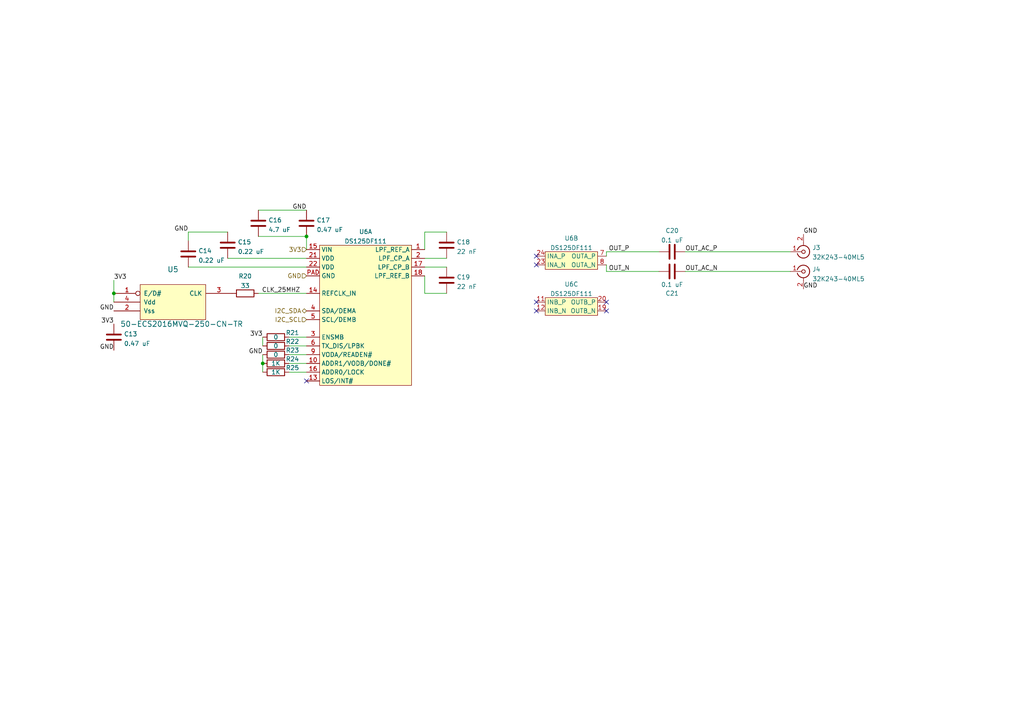
<source format=kicad_sch>
(kicad_sch (version 20211123) (generator eeschema)
  (paper "A4")
  (title_block (title "PRBS Generator") (date "2022-03-19") (rev "0.1") (company "Antikernel Labs") (comment 1 "Andrew D. Zonenberg"))
  (lib_symbols
    (symbol "conn:CONN_COAXIAL" (pin_names (offset 1.016) hide)
      (property "Reference" "J" (at 0.254 3.048 0))
      (property "Value" "CONN_COAXIAL" (at 2.921 0 90))
      (symbol "CONN_COAXIAL_0_1"
        (arc (start -1.778 -0.508) (mid 0.222 -1.808) (end 1.778 0) (stroke (width 0.254)))
        (polyline (pts (xy -1.27 0) (xy -0.508 0)))
        (polyline (pts (xy 0 -2.54) (xy 0 -1.778)))
        (circle (center 0 0) (radius 0.508) (stroke (width 0.2032)))
        (arc (start 1.778 0) (mid 0.2221 1.8083) (end -1.778 0.508) (stroke (width 0.254)))
      )
      (symbol "CONN_COAXIAL_1_1"
        (pin passive line (at -3.81 0 0) (length 2.54) (name "In") (number "1"))
        (pin passive line (at 0 -5.08 90) (length 2.54) (name "Ext") (number "2"))
      )
    )
    (symbol "device:C" (pin_numbers hide) (pin_names (offset 0.254))
      (property "Reference" "C" (at 0.635 2.54 0))
      (property "Value" "C" (at 0.635 -2.54 0))
      (symbol "C_0_1"
        (polyline (pts (xy -2.032 -0.762) (xy 2.032 -0.762)) (stroke (width 0.508)))
        (polyline (pts (xy -2.032 0.762) (xy 2.032 0.762)) (stroke (width 0.508)))
      )
      (symbol "C_1_1"
        (pin passive line (at 0 3.81 270) (length 2.794) (name "~") (number "1"))
        (pin passive line (at 0 -3.81 90) (length 2.794) (name "~") (number "2"))
      )
    )
    (symbol "device:R" (pin_numbers hide) (pin_names (offset 0))
      (property "Reference" "R" (at 2.032 0 90))
      (property "Value" "R" (at 0 0 90))
      (symbol "R_0_1"
        (rectangle (start -1.016 -2.54) (end 1.016 2.54) (stroke (width 0.254)))
      )
      (symbol "R_1_1"
        (pin passive line (at 0 3.81 270) (length 1.27) (name "~") (number "1"))
        (pin passive line (at 0 -3.81 90) (length 1.27) (name "~") (number "2"))
      )
    )
    (symbol "osc-azonenberg:OSC" (pin_names (offset 1.016))
      (property "Reference" "U" (at 0 0 0))
      (property "Value" "OSC" (at 0 -2.54 0))
      (symbol "OSC_0_1"
        (rectangle (start -10.16 2.54) (end 8.89 -7.62) (fill (type background)))
      )
      (symbol "OSC_1_1"
        (pin input inverted (at -17.78 0 0) (length 7.62) (name "E/D#") (number "1"))
        (pin input line (at -17.78 -5.08 0) (length 7.62) (name "Vss") (number "2"))
        (pin output line (at 16.51 0 180) (length 7.62) (name "CLK") (number "3"))
        (pin power_in line (at -17.78 -2.54 0) (length 7.62) (name "Vdd") (number "4"))
      )
    )
    (symbol "special-azonenberg:DS125DF111"
      (property "Reference" "U" (at 0 -2.54 0))
      (property "Value" "DS125DF111" (at 0 -5.08 0))
      (symbol "DS125DF111_1_1"
        (rectangle (start 0 40.64) (end 26.67 0) (stroke (width 0.1524)) (fill (type background)))
        (pin bidirectional line (at 30.48 39.37 180) (length 3.81) (name "LPF_REF_A") (number "1"))
        (pin bidirectional line (at -3.81 6.35 0) (length 3.81) (name "ADDR1/VODB/DONE#") (number "10"))
        (pin output line (at -3.81 1.27 0) (length 3.81) (name "LOS/INT#") (number "13"))
        (pin input line (at -3.81 26.67 0) (length 3.81) (name "REFCLK_IN") (number "14"))
        (pin power_in line (at -3.81 39.37 0) (length 3.81) (name "VIN") (number "15"))
        (pin bidirectional line (at -3.81 3.81 0) (length 3.81) (name "ADDR0/LOCK") (number "16"))
        (pin bidirectional line (at 30.48 34.29 180) (length 3.81) (name "LPF_CP_B") (number "17"))
        (pin bidirectional line (at 30.48 31.75 180) (length 3.81) (name "LPF_REF_B") (number "18"))
        (pin bidirectional line (at 30.48 36.83 180) (length 3.81) (name "LPF_CP_A") (number "2"))
        (pin power_out line (at -3.81 36.83 0) (length 3.81) (name "VDD") (number "21"))
        (pin power_out line (at -3.81 34.29 0) (length 3.81) (name "VDD") (number "22"))
        (pin input line (at -3.81 13.97 0) (length 3.81) (name "ENSMB") (number "3"))
        (pin bidirectional line (at -3.81 21.59 0) (length 3.81) (name "SDA/DEMA") (number "4"))
        (pin input line (at -3.81 19.05 0) (length 3.81) (name "SCL/DEMB") (number "5"))
        (pin input line (at -3.81 11.43 0) (length 3.81) (name "TX_DIS/LPBK") (number "6"))
        (pin input line (at -3.81 8.89 0) (length 3.81) (name "VODA/READEN#") (number "9"))
        (pin power_in line (at -3.81 31.75 0) (length 3.81) (name "GND") (number "PAD"))
      )
      (symbol "DS125DF111_2_1"
        (rectangle (start 0 5.08) (end 15.24 0) (stroke (width 0.1524)) (fill (type background)))
        (pin input line (at -2.54 1.27 0) (length 2.54) (name "INA_N") (number "23"))
        (pin input line (at -2.54 3.81 0) (length 2.54) (name "INA_P") (number "24"))
        (pin output line (at 17.78 3.81 180) (length 2.54) (name "OUTA_P") (number "7"))
        (pin output line (at 17.78 1.27 180) (length 2.54) (name "OUTA_N") (number "8"))
      )
      (symbol "DS125DF111_3_1"
        (rectangle (start 0 5.08) (end 15.24 0) (stroke (width 0.1524)) (fill (type background)))
        (pin input line (at -2.54 3.81 0) (length 2.54) (name "INB_P") (number "11"))
        (pin input line (at -2.54 1.27 0) (length 2.54) (name "INB_N") (number "12"))
        (pin output line (at 17.78 1.27 180) (length 2.54) (name "OUTB_N") (number "19"))
        (pin output line (at 17.78 3.81 180) (length 2.54) (name "OUTB_P") (number "20"))
      )
    )
  )
  (junction (at 76.2 105.41))
  (junction (at 33.02 85.09))
  (junction (at 88.9 68.58))
  (no_connect (at 175.895 90.17))
  (no_connect (at 88.9 110.49))
  (no_connect (at 175.895 87.63))
  (no_connect (at 155.575 90.17))
  (no_connect (at 155.575 87.63))
  (no_connect (at 155.575 74.295))
  (no_connect (at 155.575 76.835))
  (wire (pts (xy 66.04 74.93) (xy 88.9 74.93)))
  (wire (pts (xy 175.895 73.025) (xy 191.135 73.025)))
  (wire (pts (xy 76.2 97.79) (xy 76.2 100.33)))
  (wire (pts (xy 123.19 74.93) (xy 129.54 74.93)))
  (wire (pts (xy 54.61 67.31) (xy 66.04 67.31)))
  (wire (pts (xy 74.93 68.58) (xy 88.9 68.58)))
  (wire (pts (xy 198.755 73.025) (xy 229.235 73.025)))
  (wire (pts (xy 123.19 67.31) (xy 129.54 67.31)))
  (wire (pts (xy 76.2 102.87) (xy 76.2 105.41)))
  (wire (pts (xy 74.93 85.09) (xy 88.9 85.09)))
  (wire (pts (xy 123.19 85.09) (xy 129.54 85.09)))
  (wire (pts (xy 76.2 105.41) (xy 76.2 107.95)))
  (wire (pts (xy 123.19 77.47) (xy 129.54 77.47)))
  (wire (pts (xy 175.895 74.295) (xy 175.895 73.025)))
  (wire (pts (xy 123.19 80.01) (xy 123.19 85.09)))
  (wire (pts (xy 83.82 97.79) (xy 88.9 97.79)))
  (wire (pts (xy 83.82 107.95) (xy 88.9 107.95)))
  (wire (pts (xy 88.9 68.58) (xy 88.9 72.39)))
  (wire (pts (xy 175.895 78.74) (xy 191.135 78.74)))
  (wire (pts (xy 83.82 100.33) (xy 88.9 100.33)))
  (wire (pts (xy 33.02 85.09) (xy 33.02 87.63)))
  (wire (pts (xy 74.93 60.96) (xy 88.9 60.96)))
  (wire (pts (xy 33.02 81.28) (xy 33.02 85.09)))
  (wire (pts (xy 83.82 105.41) (xy 88.9 105.41)))
  (wire (pts (xy 54.61 77.47) (xy 88.9 77.47)))
  (wire (pts (xy 83.82 102.87) (xy 88.9 102.87)))
  (wire (pts (xy 54.61 69.85) (xy 54.61 67.31)))
  (wire (pts (xy 175.895 76.835) (xy 175.895 78.74)))
  (wire (pts (xy 198.755 78.74) (xy 229.235 78.74)))
  (wire (pts (xy 123.19 72.39) (xy 123.19 67.31)))
  (label "GND" (at 33.02 90.17 180))
  (label "OUT_P" (at 176.53 73.025 0))
  (label "GND" (at 233.045 67.945 0))
  (label "OUT_AC_P" (at 198.755 73.025 0))
  (label "GND" (at 33.02 101.6 180))
  (label "GND" (at 54.61 67.31 180))
  (label "GND" (at 233.045 83.82 0))
  (label "3V3" (at 76.2 97.79 180))
  (label "CLK_25MHZ" (at 75.946 85.09 0))
  (label "GND" (at 76.2 102.87 180))
  (label "GND" (at 88.9 60.96 180))
  (label "3V3" (at 33.02 81.28 0))
  (label "OUT_AC_N" (at 198.755 78.74 0))
  (label "OUT_N" (at 176.53 78.74 0))
  (label "3V3" (at 33.02 93.98 180))
  (hierarchical_label "I2C_SDA" (shape bidirectional) (at 88.9 90.17 180))
  (hierarchical_label "I2C_SCL" (shape input) (at 88.9 92.71 180))
  (hierarchical_label "GND" (shape input) (at 88.9 80.01 180))
  (hierarchical_label "3V3" (shape input) (at 88.9 72.39 180))
  (symbol (lib_id "device:R") (at 80.01 100.33 90) (unit 1)
    (property "Reference" "R22" (at 84.836 99.06 90))
    (property "Value" "0" (at 80.01 100.33 90))
    (property "Footprint" "azonenberg_pcb:EIA_0402_RES_NOSILK" (effects hide))
  )
  (symbol (lib_id "device:C") (at 88.9 64.77 0) (unit 1)
    (property "Reference" "C17" (at 91.821 63.8615 0) (effects (justify left)))
    (property "Value" "0.47 uF" (at 91.821 66.6366 0) (effects (justify left)))
    (property "Footprint" "azonenberg_pcb:EIA_0402_CAP_NOSILK" (effects hide))
  )
  (symbol (lib_id "device:C") (at 194.945 73.025 270) (unit 1)
    (property "Reference" "C20" (at 194.945 66.8995 90))
    (property "Value" "0.1 uF" (at 194.945 69.6746 90))
    (property "Footprint" "azonenberg_pcb:EIA_0402_CAP_NOSILK" (effects hide))
  )
  (symbol (lib_id "osc-azonenberg:OSC") (at 50.8 85.09 0) (unit 1)
    (property "Reference" "U5" (at 50.165 78.1461 0) (effects (font (size 1.524 1.524))))
    (property "Value" "50-ECS2016MVQ-250-CN-TR" (at 52.705 93.98 0) (effects (font (size 1.524 1.524))))
    (property "Footprint" "azonenberg_pcb:OSCILLATOR_1.6x1.2" (effects hide))
  )
  (symbol (lib_id "special-azonenberg:DS125DF111") (at 158.115 78.105 0) (unit 2)
    (property "Reference" "U6" (at 165.735 69.1093 0))
    (property "Value" "DS125DF111" (at 165.735 71.8844 0))
    (property "Footprint" "azonenberg_pcb:QFN_24_0.5MM_4x4MM" (effects hide))
  )
  (symbol (lib_id "device:R") (at 80.01 97.79 90) (unit 1)
    (property "Reference" "R21" (at 84.836 96.52 90))
    (property "Value" "0" (at 80.01 97.79 90))
    (property "Footprint" "azonenberg_pcb:EIA_0402_RES_NOSILK" (effects hide))
  )
  (symbol (lib_id "device:R") (at 80.01 105.41 90) (unit 1)
    (property "Reference" "R24" (at 84.836 104.14 90))
    (property "Value" "1K" (at 80.01 105.41 90))
    (property "Footprint" "azonenberg_pcb:EIA_0402_RES_NOSILK" (effects hide))
  )
  (symbol (lib_id "device:C") (at 33.02 97.79 0) (unit 1)
    (property "Reference" "C13" (at 35.941 96.8815 0) (effects (justify left)))
    (property "Value" "0.47 uF" (at 35.941 99.6566 0) (effects (justify left)))
    (property "Footprint" "azonenberg_pcb:EIA_0402_CAP_NOSILK" (effects hide))
  )
  (symbol (lib_id "device:C") (at 194.945 78.74 270) (unit 1)
    (property "Reference" "C21" (at 194.945 85.09 90))
    (property "Value" "0.1 uF" (at 194.945 82.55 90))
    (property "Footprint" "azonenberg_pcb:EIA_0402_CAP_NOSILK" (effects hide))
  )
  (symbol (lib_id "device:R") (at 80.01 107.95 90) (unit 1)
    (property "Reference" "R25" (at 84.836 106.68 90))
    (property "Value" "1K" (at 80.01 107.95 90))
    (property "Footprint" "azonenberg_pcb:EIA_0402_RES_NOSILK" (effects hide))
  )
  (symbol (lib_id "device:C") (at 66.04 71.12 0) (unit 1)
    (property "Reference" "C15" (at 68.961 70.2115 0) (effects (justify left)))
    (property "Value" "0.22 uF" (at 68.961 72.9866 0) (effects (justify left)))
    (property "Footprint" "azonenberg_pcb:EIA_0402_CAP_NOSILK" (effects hide))
  )
  (symbol (lib_id "conn:CONN_COAXIAL") (at 233.045 73.025 0) (mirror x) (unit 1)
    (property "Reference" "J3" (at 235.5851 71.8233 0) (effects (justify left)))
    (property "Value" "32K243-40ML5" (at 235.5851 74.5984 0) (effects (justify left)))
    (property "Footprint" "azonenberg_pcb:CONN_SMA_EDGE_ROSENBERGER_32K243_40ML5" (effects hide))
  )
  (symbol (lib_id "device:C") (at 129.54 71.12 0) (unit 1)
    (property "Reference" "C18" (at 132.461 70.2115 0) (effects (justify left)))
    (property "Value" "22 nF" (at 132.461 72.9866 0) (effects (justify left)))
    (property "Footprint" "azonenberg_pcb:EIA_0805_CAP_NOSILK" (effects hide))
  )
  (symbol (lib_id "device:C") (at 129.54 81.28 0) (unit 1)
    (property "Reference" "C19" (at 132.461 80.3715 0) (effects (justify left)))
    (property "Value" "22 nF" (at 132.461 83.1466 0) (effects (justify left)))
    (property "Footprint" "azonenberg_pcb:EIA_0805_CAP_NOSILK" (effects hide))
  )
  (symbol (lib_id "device:R") (at 80.01 102.87 90) (unit 1)
    (property "Reference" "R23" (at 84.836 101.6 90))
    (property "Value" "0" (at 80.01 102.87 90))
    (property "Footprint" "azonenberg_pcb:EIA_0402_RES_NOSILK" (effects hide))
  )
  (symbol (lib_id "device:C") (at 74.93 64.77 0) (unit 1)
    (property "Reference" "C16" (at 77.851 63.8615 0) (effects (justify left)))
    (property "Value" "4.7 uF" (at 77.851 66.6366 0) (effects (justify left)))
    (property "Footprint" "azonenberg_pcb:EIA_0603_CAP_NOSILK" (effects hide))
  )
  (symbol (lib_id "conn:CONN_COAXIAL") (at 233.045 78.74 0) (unit 1)
    (property "Reference" "J4" (at 235.5851 78.1247 0) (effects (justify left)))
    (property "Value" "32K243-40ML5" (at 235.5851 80.8998 0) (effects (justify left)))
    (property "Footprint" "azonenberg_pcb:CONN_SMA_EDGE_ROSENBERGER_32K243_40ML5" (effects hide))
  )
  (symbol (lib_id "device:R") (at 71.12 85.09 270) (unit 1)
    (property "Reference" "R20" (at 71.12 80.1075 90))
    (property "Value" "33" (at 71.12 82.8826 90))
    (property "Footprint" "azonenberg_pcb:EIA_0402_RES_NOSILK" (effects hide))
  )
  (symbol (lib_id "special-azonenberg:DS125DF111") (at 92.71 111.76 0) (unit 1)
    (property "Reference" "U6" (at 106.045 67.2043 0))
    (property "Value" "DS125DF111" (at 106.045 69.9794 0))
    (property "Footprint" "azonenberg_pcb:QFN_24_0.5MM_4x4MM" (effects hide))
  )
  (symbol (lib_id "special-azonenberg:DS125DF111") (at 158.115 91.44 0) (unit 3)
    (property "Reference" "U6" (at 165.735 82.4443 0))
    (property "Value" "DS125DF111" (at 165.735 85.2194 0))
    (property "Footprint" "azonenberg_pcb:QFN_24_0.5MM_4x4MM" (effects hide))
  )
  (symbol (lib_id "device:C") (at 54.61 73.66 0) (unit 1)
    (property "Reference" "C14" (at 57.531 72.7515 0) (effects (justify left)))
    (property "Value" "0.22 uF" (at 57.531 75.5266 0) (effects (justify left)))
    (property "Footprint" "azonenberg_pcb:EIA_0402_CAP_NOSILK" (effects hide))
  )
)
</source>
